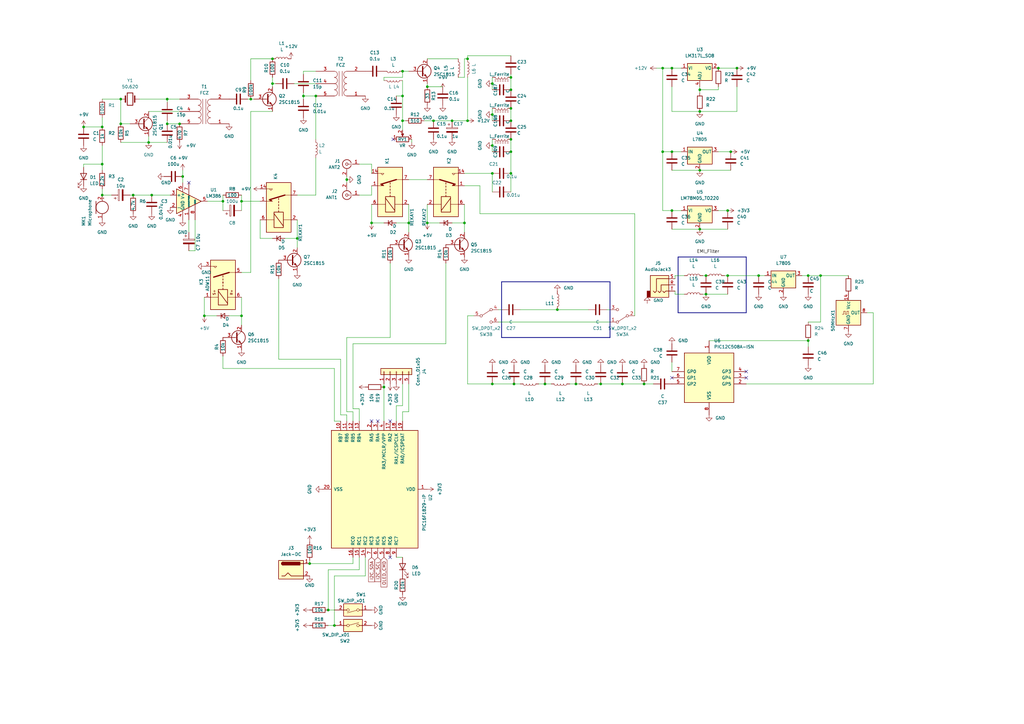
<source format=kicad_sch>
(kicad_sch (version 20211123) (generator eeschema)
  (paper "A3")
  (lib_symbols
    (symbol "Amplifier_Audio:LM386" (pin_names (offset 0.127))
      (property "Reference" "U" (at 1.27 7.62 0))
      (property "Value" "LM386" (at 1.27 5.08 0))
      (symbol "LM386_1_1"
        (pin input line (at 0 -7.62 90) (length 5.08) (name "GAIN") (number "1"))
        (pin input line (at -7.62 -2.54 0) (length 2.54) (name "-") (number "2"))
        (pin input line (at -7.62 2.54 0) (length 2.54) (name "+") (number "3"))
        (pin power_in line (at -2.54 -7.62 90) (length 3.81) (name "GND") (number "4"))
        (pin output line (at 7.62 0 180) (length 2.54) (name "~") (number "5"))
        (pin power_in line (at -2.54 7.62 270) (length 3.81) (name "V+") (number "6"))
        (pin input line (at 0 7.62 270) (length 5.08) (name "BYPASS") (number "7"))
        (pin input line (at 2.54 -7.62 90) (length 6.35) (name "GAIN") (number "8"))
      )
    )
    (symbol "Connector:AudioJack3"
      (property "Reference" "J" (at 0 8.89 0))
      (property "Value" "AudioJack3" (at 0 6.35 0))
      (symbol "AudioJack3_1_1"
        (pin passive line (at 5.08 0 180) (length 2.54) (name "~") (number "R"))
        (pin passive line (at 5.08 2.54 180) (length 2.54) (name "~") (number "S"))
        (pin passive line (at 5.08 -2.54 180) (length 2.54) (name "~") (number "T"))
      )
    )
    (symbol "Connector:Conn_Coaxial" (pin_names (offset 1.016) hide)
      (property "Reference" "J" (at 0.254 3.048 0))
      (property "Value" "Conn_Coaxial" (at 2.921 0 90))
      (symbol "Conn_Coaxial_1_1"
        (pin passive line (at -5.08 0 0) (length 2.54) (name "In") (number "1"))
        (pin passive line (at 0 -5.08 90) (length 2.54) (name "Ext") (number "2"))
      )
    )
    (symbol "Connector:Jack-DC" (pin_names (offset 1.016))
      (property "Reference" "J" (at 0 5.334 0))
      (property "Value" "Jack-DC" (at 0 -5.08 0))
      (symbol "Jack-DC_1_1"
        (pin passive line (at 7.62 2.54 180) (length 2.54) (name "~") (number "1"))
        (pin passive line (at 7.62 -2.54 180) (length 2.54) (name "~") (number "2"))
      )
    )
    (symbol "Connector_Generic:Conn_01x05" (pin_names (offset 1.016) hide)
      (property "Reference" "J" (at 0 7.62 0))
      (property "Value" "Conn_01x05" (at 0 -7.62 0))
      (symbol "Conn_01x05_1_1"
        (pin passive line (at -5.08 5.08 0) (length 3.81) (name "Pin_1") (number "1"))
        (pin passive line (at -5.08 2.54 0) (length 3.81) (name "Pin_2") (number "2"))
        (pin passive line (at -5.08 0 0) (length 3.81) (name "Pin_3") (number "3"))
        (pin passive line (at -5.08 -2.54 0) (length 3.81) (name "Pin_4") (number "4"))
        (pin passive line (at -5.08 -5.08 0) (length 3.81) (name "Pin_5") (number "5"))
      )
    )
    (symbol "Device:C" (pin_numbers hide) (pin_names (offset 0.254))
      (property "Reference" "C" (at 0.635 2.54 0))
      (property "Value" "C" (at 0.635 -2.54 0))
      (symbol "C_1_1"
        (pin passive line (at 0 3.81 270) (length 2.794) (name "~") (number "1"))
        (pin passive line (at 0 -3.81 90) (length 2.794) (name "~") (number "2"))
      )
    )
    (symbol "Device:C_Polarized" (pin_numbers hide) (pin_names (offset 0.254))
      (property "Reference" "C" (at 0.635 2.54 0))
      (property "Value" "C_Polarized" (at 0.635 -2.54 0))
      (symbol "C_Polarized_1_1"
        (pin passive line (at 0 3.81 270) (length 2.794) (name "~") (number "1"))
        (pin passive line (at 0 -3.81 90) (length 2.794) (name "~") (number "2"))
      )
    )
    (symbol "Device:Crystal" (pin_numbers hide) (pin_names (offset 1.016) hide)
      (property "Reference" "Y" (at 0 3.81 0))
      (property "Value" "Crystal" (at 0 -3.81 0))
      (symbol "Crystal_1_1"
        (pin passive line (at -3.81 0 0) (length 1.27) (name "1") (number "1"))
        (pin passive line (at 3.81 0 180) (length 1.27) (name "2") (number "2"))
      )
    )
    (symbol "Device:D_Small" (pin_numbers hide) (pin_names (offset 0.254) hide)
      (property "Reference" "D" (at -1.27 2.032 0))
      (property "Value" "D_Small" (at -3.81 -2.032 0))
      (symbol "D_Small_1_1"
        (pin passive line (at -2.54 0 0) (length 1.778) (name "K") (number "1"))
        (pin passive line (at 2.54 0 180) (length 1.778) (name "A") (number "2"))
      )
    )
    (symbol "Device:L" (pin_numbers hide) (pin_names (offset 1.016) hide)
      (property "Reference" "L" (at -1.27 0 90))
      (property "Value" "L" (at 1.905 0 90))
      (symbol "L_1_1"
        (pin passive line (at 0 3.81 270) (length 1.27) (name "1") (number "1"))
        (pin passive line (at 0 -3.81 90) (length 1.27) (name "2") (number "2"))
      )
    )
    (symbol "Device:LED" (pin_numbers hide) (pin_names (offset 1.016) hide)
      (property "Reference" "D" (at 0 2.54 0))
      (property "Value" "LED" (at 0 -2.54 0))
      (symbol "LED_1_1"
        (pin passive line (at -3.81 0 0) (length 2.54) (name "K") (number "1"))
        (pin passive line (at 3.81 0 180) (length 2.54) (name "A") (number "2"))
      )
    )
    (symbol "Device:L_Ferrite" (pin_numbers hide) (pin_names (offset 1.016) hide)
      (property "Reference" "L" (at -1.27 0 90))
      (property "Value" "L_Ferrite" (at 2.794 0 90))
      (symbol "L_Ferrite_1_1"
        (pin passive line (at 0 3.81 270) (length 1.27) (name "1") (number "1"))
        (pin passive line (at 0 -3.81 90) (length 1.27) (name "2") (number "2"))
      )
    )
    (symbol "Device:Microphone" (pin_names (offset 0.0254) hide)
      (property "Reference" "MK" (at -3.81 1.27 0))
      (property "Value" "Microphone" (at -3.81 -0.635 0))
      (symbol "Microphone_1_1"
        (pin passive line (at 0 -5.08 90) (length 2.54) (name "-") (number "1"))
        (pin passive line (at 0 5.08 270) (length 2.54) (name "+") (number "2"))
      )
    )
    (symbol "Device:R" (pin_numbers hide) (pin_names (offset 0))
      (property "Reference" "R" (at 2.032 0 90))
      (property "Value" "R" (at 0 0 90))
      (symbol "R_1_1"
        (pin passive line (at 0 3.81 270) (length 1.27) (name "~") (number "1"))
        (pin passive line (at 0 -3.81 90) (length 1.27) (name "~") (number "2"))
      )
    )
    (symbol "Device:R_Potentiometer" (pin_names (offset 1.016) hide)
      (property "Reference" "RV" (at -4.445 0 90))
      (property "Value" "R_Potentiometer" (at -2.54 0 90))
      (symbol "R_Potentiometer_1_1"
        (pin passive line (at 0 3.81 270) (length 1.27) (name "1") (number "1"))
        (pin passive line (at 3.81 0 180) (length 1.27) (name "2") (number "2"))
        (pin passive line (at 0 -3.81 90) (length 1.27) (name "3") (number "3"))
      )
    )
    (symbol "Device:Transformer_1P_SS" (pin_names (offset 1.016) hide)
      (property "Reference" "T" (at 0 6.35 0))
      (property "Value" "Transformer_1P_SS" (at 0 -7.62 0))
      (symbol "Transformer_1P_SS_1_1"
        (pin passive line (at -10.16 5.08 0) (length 7.62) (name "AA") (number "1"))
        (pin passive line (at -10.16 -5.08 0) (length 7.62) (name "AB") (number "2"))
        (pin passive line (at 10.16 -5.08 180) (length 7.62) (name "SA") (number "3"))
        (pin passive line (at 10.16 0 180) (length 7.62) (name "SC") (number "4"))
        (pin passive line (at 10.16 5.08 180) (length 7.62) (name "SB") (number "5"))
      )
    )
    (symbol "MCU_Microchip_PIC12:PIC12C508A-ISN" (pin_names (offset 1.016))
      (property "Reference" "U" (at 1.27 13.97 0))
      (property "Value" "PIC12C508A-ISN" (at 1.27 11.43 0))
      (symbol "PIC12C508A-ISN_1_1"
        (pin power_in line (at 0 15.24 270) (length 5.08) (name "VDD") (number "1"))
        (pin bidirectional line (at 15.24 -2.54 180) (length 5.08) (name "GP5") (number "2"))
        (pin bidirectional line (at 15.24 0 180) (length 5.08) (name "GP4") (number "3"))
        (pin input line (at 15.24 2.54 180) (length 5.08) (name "GP3") (number "4"))
        (pin bidirectional line (at -15.24 -2.54 0) (length 5.08) (name "GP2") (number "5"))
        (pin bidirectional line (at -15.24 0 0) (length 5.08) (name "GP1") (number "6"))
        (pin bidirectional line (at -15.24 2.54 0) (length 5.08) (name "GP0") (number "7"))
        (pin power_in line (at 0 -15.24 90) (length 5.08) (name "VSS") (number "8"))
      )
    )
    (symbol "MCU_Microchip_PIC16:PIC16F1829-IP" (pin_names (offset 1.016))
      (property "Reference" "U" (at -24.13 22.86 0))
      (property "Value" "PIC16F1829-IP" (at -24.13 20.32 0))
      (symbol "PIC16F1829-IP_1_1"
        (pin power_in line (at 0 22.86 270) (length 3.81) (name "VDD") (number "1"))
        (pin bidirectional line (at -27.94 -12.7 0) (length 3.81) (name "RB7") (number "10"))
        (pin bidirectional line (at -27.94 -10.16 0) (length 3.81) (name "RB6") (number "11"))
        (pin bidirectional line (at -27.94 -7.62 0) (length 3.81) (name "RB5") (number "12"))
        (pin bidirectional line (at -27.94 -5.08 0) (length 3.81) (name "RB4") (number "13"))
        (pin bidirectional line (at 27.94 -2.54 180) (length 3.81) (name "RC2") (number "14"))
        (pin bidirectional line (at 27.94 -5.08 180) (length 3.81) (name "RC1") (number "15"))
        (pin bidirectional line (at 27.94 -7.62 180) (length 3.81) (name "RC0") (number "16"))
        (pin bidirectional line (at -27.94 7.62 0) (length 3.81) (name "RA2") (number "17"))
        (pin bidirectional line (at -27.94 10.16 0) (length 3.81) (name "RA1/ICSPCLK") (number "18"))
        (pin bidirectional line (at -27.94 12.7 0) (length 3.81) (name "RA0/ICSPDAT") (number "19"))
        (pin bidirectional line (at -27.94 0 0) (length 3.81) (name "RA5") (number "2"))
        (pin power_in line (at 0 -20.32 90) (length 3.81) (name "VSS") (number "20"))
        (pin bidirectional line (at -27.94 2.54 0) (length 3.81) (name "RA4") (number "3"))
        (pin bidirectional line (at -27.94 5.08 0) (length 3.81) (name "RA3/MCLR/VPP") (number "4"))
        (pin bidirectional line (at 27.94 5.08 180) (length 3.81) (name "RC5") (number "5"))
        (pin bidirectional line (at 27.94 2.54 180) (length 3.81) (name "RC4") (number "6"))
        (pin bidirectional line (at 27.94 0 180) (length 3.81) (name "RC3") (number "7"))
        (pin bidirectional line (at 27.94 7.62 180) (length 3.81) (name "RC6") (number "8"))
        (pin bidirectional line (at 27.94 10.16 180) (length 3.81) (name "RC7") (number "9"))
      )
    )
    (symbol "Oscillator:ACO-xxxMHz" (pin_names (offset 0.254))
      (property "Reference" "X" (at -5.08 6.35 0))
      (property "Value" "ACO-xxxMHz" (at 1.27 -6.35 0))
      (symbol "ACO-xxxMHz_1_1"
        (pin no_connect line (at -7.62 0 0) (length 2.54) hide (name "NC") (number "1"))
        (pin power_in line (at 0 7.62 270) (length 2.54) (name "Vcc") (number "14"))
        (pin power_in line (at 0 -7.62 90) (length 2.54) (name "GND") (number "7"))
        (pin output line (at 7.62 0 180) (length 2.54) (name "OUT") (number "8"))
      )
    )
    (symbol "Regulator_Linear:L7805" (pin_names (offset 0.254))
      (property "Reference" "U" (at -3.81 3.175 0))
      (property "Value" "L7805" (at 0 3.175 0))
      (symbol "L7805_1_1"
        (pin power_in line (at -7.62 0 0) (length 2.54) (name "IN") (number "1"))
        (pin power_in line (at 0 -7.62 90) (length 2.54) (name "GND") (number "2"))
        (pin power_out line (at 7.62 0 180) (length 2.54) (name "OUT") (number "3"))
      )
    )
    (symbol "Regulator_Linear:LM317L_SO8" (pin_names (offset 0.254))
      (property "Reference" "U" (at -3.81 3.175 0))
      (property "Value" "LM317L_SO8" (at 0 3.175 0))
      (symbol "LM317L_SO8_1_1"
        (pin power_in line (at -7.62 0 0) (length 2.54) (name "VI") (number "1"))
        (pin power_out line (at 7.62 0 180) (length 2.54) (name "VO") (number "2"))
        (pin passive line (at 7.62 0 180) (length 2.54) hide (name "VO") (number "3"))
        (pin input line (at 0 -7.62 90) (length 2.54) (name "ADJ") (number "4"))
        (pin no_connect line (at -7.62 -2.54 0) (length 2.54) hide (name "NC") (number "5"))
        (pin passive line (at 7.62 0 180) (length 2.54) hide (name "VO") (number "6"))
        (pin passive line (at 7.62 0 180) (length 2.54) hide (name "VO") (number "7"))
        (pin no_connect line (at 7.62 -2.54 180) (length 2.54) hide (name "NC") (number "8"))
      )
    )
    (symbol "Regulator_Linear:LM78M05_TO220" (pin_names (offset 0.254))
      (property "Reference" "U" (at -3.81 3.175 0))
      (property "Value" "LM78M05_TO220" (at 0 3.175 0))
      (symbol "LM78M05_TO220_1_1"
        (pin power_in line (at -7.62 0 0) (length 2.54) (name "VI") (number "1"))
        (pin power_in line (at 0 -7.62 90) (length 2.54) (name "GND") (number "2"))
        (pin power_out line (at 7.62 0 180) (length 2.54) (name "VO") (number "3"))
      )
    )
    (symbol "Relay:ADW11"
      (property "Reference" "K" (at 11.43 3.81 0))
      (property "Value" "ADW11" (at 13.97 1.27 0))
      (symbol "ADW11_1_1"
        (text "R+" (at -3.048 -3.556 0) (effects (font (size 1.016 1.016))))
        (text "S+" (at -3.048 3.556 0) (effects (font (size 1.016 1.016))))
        (pin passive line (at -5.08 7.62 270) (length 2.54) (name "~") (number "1"))
        (pin passive line (at 7.62 7.62 270) (length 2.54) (name "~") (number "3"))
        (pin passive line (at 5.08 -7.62 90) (length 2.54) (name "~") (number "5"))
        (pin passive line (at -5.08 -7.62 90) (length 2.54) (name "~") (number "6"))
      )
    )
    (symbol "Relay:DIPxx-1Cxx-51x"
      (property "Reference" "K" (at 11.43 3.81 0))
      (property "Value" "DIPxx-1Cxx-51x" (at 11.43 1.27 0))
      (symbol "DIPxx-1Cxx-51x_1_1"
        (pin passive line (at 2.54 7.62 270) (length 2.54) (name "~") (number "1"))
        (pin passive line (at 7.62 7.62 270) (length 2.54) (name "~") (number "14"))
        (pin passive line (at -5.08 -7.62 90) (length 2.54) (name "~") (number "2"))
        (pin passive line (at -5.08 7.62 270) (length 2.54) (name "~") (number "6"))
        (pin passive line (at 5.08 -7.62 90) (length 2.54) (name "~") (number "7"))
        (pin passive line (at 5.08 -7.62 90) (length 2.54) hide (name "~") (number "8"))
      )
    )
    (symbol "Switch:SW_DIP_x01" (pin_names (offset 0) hide)
      (property "Reference" "SW" (at 0 3.81 0))
      (property "Value" "SW_DIP_x01" (at 0 -3.81 0))
      (symbol "SW_DIP_x01_1_1"
        (pin passive line (at -7.62 0 0) (length 5.08) (name "~") (number "1"))
        (pin passive line (at 7.62 0 180) (length 5.08) (name "~") (number "2"))
      )
    )
    (symbol "Switch:SW_DPDT_x2" (pin_names (offset 0) hide)
      (property "Reference" "SW" (at 0 4.318 0))
      (property "Value" "SW_DPDT_x2" (at 0 -5.08 0))
      (symbol "SW_DPDT_x2_1_1"
        (pin passive line (at 5.08 2.54 180) (length 2.54) (name "A") (number "1"))
        (pin passive line (at -5.08 0 0) (length 2.54) (name "B") (number "2"))
        (pin passive line (at 5.08 -2.54 180) (length 2.54) (name "C") (number "3"))
      )
      (symbol "SW_DPDT_x2_2_1"
        (pin passive line (at 5.08 2.54 180) (length 2.54) (name "A") (number "4"))
        (pin passive line (at -5.08 0 0) (length 2.54) (name "B") (number "5"))
        (pin passive line (at 5.08 -2.54 180) (length 2.54) (name "C") (number "6"))
      )
    )
    (symbol "Transistor_BJT:2SC1815" (pin_names (offset 0) hide)
      (property "Reference" "Q" (at 5.08 1.905 0))
      (property "Value" "2SC1815" (at 5.08 0 0))
      (symbol "2SC1815_1_1"
        (pin passive line (at 2.54 -5.08 90) (length 2.54) (name "E") (number "1"))
        (pin passive line (at 2.54 5.08 270) (length 2.54) (name "C") (number "2"))
        (pin input line (at -5.08 0 0) (length 5.08) (name "B") (number "3"))
      )
    )
    (symbol "power:+12V" (power) (pin_names (offset 0))
      (property "Value" "+12V" (at 0 3.556 0))
      (symbol "+12V_1_1"
        (pin power_in line (at 0 0 90) (length 0) hide (name "+12V") (number "1"))
      )
    )
    (symbol "power:+3V3" (power) (pin_names (offset 0))
      (property "Value" "+3V3" (at 0 3.556 0))
      (symbol "+3V3_1_1"
        (pin power_in line (at 0 0 90) (length 0) hide (name "+3V3") (number "1"))
      )
    )
    (symbol "power:+5V" (power) (pin_names (offset 0))
      (property "Value" "+5V" (at 0 3.556 0))
      (symbol "+5V_1_1"
        (pin power_in line (at 0 0 90) (length 0) hide (name "+5V") (number "1"))
      )
    )
    (symbol "power:+9V" (power) (pin_names (offset 0))
      (property "Value" "+9V" (at 0 3.556 0))
      (symbol "+9V_1_1"
        (pin power_in line (at 0 0 90) (length 0) hide (name "+9V") (number "1"))
      )
    )
    (symbol "power:GND" (power) (pin_names (offset 0))
      (property "Value" "GND" (at 0 -3.81 0))
      (symbol "GND_1_1"
        (pin power_in line (at 0 0 270) (length 0) hide (name "GND") (number "1"))
      )
    )
  )
  (junction (at 91.44 82.55))
  (junction (at 289.56 113.03))
  (junction (at 336.55 113.03))
  (junction (at 209.55 44.45))
  (junction (at 287.02 36.83))
  (junction (at 111.76 24.13))
  (junction (at 134.62 250.19))
  (junction (at 209.55 36.83))
  (junction (at 223.52 157.48))
  (junction (at 201.93 71.12))
  (junction (at 167.64 91.44))
  (junction (at 209.55 62.23))
  (junction (at 165.1 39.37))
  (junction (at 83.82 129.54))
  (junction (at 209.55 49.53))
  (junction (at 177.8 49.53))
  (junction (at 236.22 157.48))
  (junction (at 74.93 72.39))
  (junction (at 54.61 80.01))
  (junction (at 210.82 157.48))
  (junction (at 331.47 139.7))
  (junction (at 191.77 49.53))
  (junction (at 73.66 50.8))
  (junction (at 246.38 157.48))
  (junction (at 165.1 29.21))
  (junction (at 271.78 27.94))
  (junction (at 294.64 27.94))
  (junction (at 62.23 80.01))
  (junction (at 124.46 39.37))
  (junction (at 137.16 256.54))
  (junction (at 287.02 93.98))
  (junction (at 165.1 49.53))
  (junction (at 201.93 46.99))
  (junction (at 201.93 157.48))
  (junction (at 111.76 34.29))
  (junction (at 209.55 71.12))
  (junction (at 99.06 129.54))
  (junction (at 228.6 127))
  (junction (at 331.47 113.03))
  (junction (at 289.56 120.65))
  (junction (at 190.5 91.44))
  (junction (at 191.77 24.13))
  (junction (at 142.24 73.66))
  (junction (at 157.48 158.75))
  (junction (at 175.26 91.44))
  (junction (at 201.93 34.29))
  (junction (at 175.26 35.56))
  (junction (at 298.45 86.36))
  (junction (at 152.4 91.44))
  (junction (at 271.78 62.23))
  (junction (at 275.59 27.94))
  (junction (at 41.91 67.31))
  (junction (at 121.92 97.79))
  (junction (at 102.87 40.64))
  (junction (at 299.72 62.23))
  (junction (at 129.54 39.37))
  (junction (at 302.26 27.94))
  (junction (at 41.91 80.01))
  (junction (at 49.53 40.64))
  (junction (at 99.06 82.55))
  (junction (at 264.16 157.48))
  (junction (at 68.58 40.64))
  (junction (at 209.55 57.15))
  (junction (at 275.59 62.23))
  (junction (at 185.42 49.53))
  (junction (at 60.96 58.42))
  (junction (at 68.58 50.8))
  (junction (at 49.53 50.8))
  (junction (at 287.02 45.72))
  (junction (at 298.45 113.03))
  (junction (at 287.02 69.85))
  (junction (at 311.15 113.03))
  (junction (at 127 231.14))
  (junction (at 255.27 157.48))
  (junction (at 34.29 52.07))
  (junction (at 275.59 86.36))
  (junction (at 209.55 31.75))
  (junction (at 41.91 52.07))
  (junction (at 201.93 59.69))
  (no_connect (at 275.59 154.94))
  (no_connect (at 77.47 74.93))
  (no_connect (at 306.07 152.4))
  (no_connect (at 306.07 154.94))
  (no_connect (at 152.4 172.72))
  (no_connect (at 154.94 172.72))
  (no_connect (at 160.02 228.6))
  (no_connect (at 160.02 172.72))
  (no_connect (at 161.29 57.15))
  (wire (pts (xy 165.1 172.72) (xy 165.1 168.91)))
  (wire (pts (xy 209.55 62.23) (xy 209.55 71.12)))
  (wire (pts (xy 74.93 72.39) (xy 74.93 74.93)))
  (wire (pts (xy 190.5 76.2) (xy 196.85 76.2)))
  (wire (pts (xy 271.78 27.94) (xy 275.59 27.94)))
  (wire (pts (xy 276.86 120.65) (xy 276.86 119.38)))
  (wire (pts (xy 91.44 151.13) (xy 137.16 151.13)))
  (wire (pts (xy 102.87 111.76) (xy 99.06 111.76)))
  (wire (pts (xy 180.34 91.44) (xy 175.26 91.44)))
  (wire (pts (xy 294.64 35.56) (xy 294.64 36.83)))
  (wire (pts (xy 190.5 91.44) (xy 190.5 83.82)))
  (wire (pts (xy 102.87 45.72) (xy 102.87 111.76)))
  (wire (pts (xy 162.56 172.72) (xy 162.56 166.37)))
  (wire (pts (xy 248.92 127) (xy 250.19 127)))
  (wire (pts (xy 165.1 29.21) (xy 165.1 31.75)))
  (wire (pts (xy 121.92 97.79) (xy 121.92 101.6)))
  (wire (pts (xy 209.55 71.12) (xy 209.55 78.74)))
  (wire (pts (xy 121.92 97.79) (xy 121.92 90.17)))
  (wire (pts (xy 160.02 138.43) (xy 142.24 138.43)))
  (wire (pts (xy 302.26 35.56) (xy 302.26 45.72)))
  (bus (pts (xy 278.13 128.27) (xy 306.07 128.27)))
  (wire (pts (xy 99.06 82.55) (xy 106.68 82.55)))
  (wire (pts (xy 167.64 29.21) (xy 165.1 29.21)))
  (wire (pts (xy 201.93 44.45) (xy 201.93 46.99)))
  (wire (pts (xy 162.56 91.44) (xy 167.64 91.44)))
  (wire (pts (xy 144.78 228.6) (xy 144.78 231.14)))
  (wire (pts (xy 91.44 82.55) (xy 91.44 86.36)))
  (wire (pts (xy 223.52 157.48) (xy 226.06 157.48)))
  (wire (pts (xy 142.24 73.66) (xy 142.24 74.93)))
  (wire (pts (xy 144.78 231.14) (xy 127 231.14)))
  (wire (pts (xy 77.47 90.17) (xy 77.47 95.25)))
  (wire (pts (xy 157.48 31.75) (xy 157.48 33.02)))
  (wire (pts (xy 147.32 233.68) (xy 134.62 233.68)))
  (wire (pts (xy 114.3 114.3) (xy 114.3 147.32)))
  (wire (pts (xy 264.16 157.48) (xy 267.97 157.48)))
  (wire (pts (xy 245.11 157.48) (xy 246.38 157.48)))
  (wire (pts (xy 228.6 127) (xy 213.36 127)))
  (wire (pts (xy 275.59 86.36) (xy 271.78 86.36)))
  (wire (pts (xy 209.55 44.45) (xy 209.55 49.53)))
  (wire (pts (xy 62.23 80.01) (xy 69.85 80.01)))
  (wire (pts (xy 160.02 107.95) (xy 160.02 138.43)))
  (wire (pts (xy 276.86 113.03) (xy 276.86 114.3)))
  (wire (pts (xy 336.55 113.03) (xy 347.98 113.03)))
  (wire (pts (xy 165.1 33.02) (xy 165.1 39.37)))
  (wire (pts (xy 129.54 34.29) (xy 120.65 34.29)))
  (wire (pts (xy 279.4 86.36) (xy 275.59 86.36)))
  (wire (pts (xy 289.56 120.65) (xy 298.45 120.65)))
  (wire (pts (xy 194.31 129.54) (xy 191.77 129.54)))
  (wire (pts (xy 124.46 39.37) (xy 129.54 39.37)))
  (wire (pts (xy 201.93 157.48) (xy 210.82 157.48)))
  (bus (pts (xy 250.19 115.57) (xy 250.19 138.43)))
  (wire (pts (xy 102.87 45.72) (xy 111.76 45.72)))
  (wire (pts (xy 106.68 90.17) (xy 106.68 97.79)))
  (wire (pts (xy 162.56 166.37) (xy 165.1 166.37)))
  (wire (pts (xy 294.64 86.36) (xy 298.45 86.36)))
  (wire (pts (xy 137.16 151.13) (xy 137.16 172.72)))
  (wire (pts (xy 80.01 90.17) (xy 80.01 102.87)))
  (wire (pts (xy 34.29 67.31) (xy 41.91 67.31)))
  (bus (pts (xy 278.13 105.41) (xy 278.13 128.27)))
  (wire (pts (xy 220.98 157.48) (xy 223.52 157.48)))
  (wire (pts (xy 250.19 132.08) (xy 204.47 132.08)))
  (wire (pts (xy 209.55 31.75) (xy 209.55 36.83)))
  (wire (pts (xy 129.54 64.77) (xy 129.54 80.01)))
  (wire (pts (xy 209.55 57.15) (xy 209.55 62.23)))
  (wire (pts (xy 260.35 87.63) (xy 260.35 129.54)))
  (wire (pts (xy 191.77 49.53) (xy 185.42 49.53)))
  (wire (pts (xy 298.45 113.03) (xy 311.15 113.03)))
  (wire (pts (xy 187.96 31.75) (xy 190.5 31.75)))
  (wire (pts (xy 165.1 168.91) (xy 167.64 168.91)))
  (wire (pts (xy 196.85 76.2) (xy 196.85 87.63)))
  (wire (pts (xy 134.62 233.68) (xy 134.62 250.19)))
  (wire (pts (xy 175.26 91.44) (xy 175.26 83.82)))
  (wire (pts (xy 142.24 138.43) (xy 142.24 168.91)))
  (wire (pts (xy 34.29 67.31) (xy 34.29 68.58)))
  (wire (pts (xy 358.14 128.27) (xy 355.6 128.27)))
  (wire (pts (xy 114.3 147.32) (xy 139.7 147.32)))
  (wire (pts (xy 157.48 158.75) (xy 157.48 172.72)))
  (wire (pts (xy 331.47 113.03) (xy 336.55 113.03)))
  (wire (pts (xy 233.68 157.48) (xy 236.22 157.48)))
  (wire (pts (xy 306.07 157.48) (xy 358.14 157.48)))
  (wire (pts (xy 275.59 93.98) (xy 287.02 93.98)))
  (wire (pts (xy 173.99 49.53) (xy 177.8 49.53)))
  (wire (pts (xy 275.59 69.85) (xy 287.02 69.85)))
  (wire (pts (xy 139.7 147.32) (xy 139.7 170.18)))
  (wire (pts (xy 165.1 228.6) (xy 162.56 228.6)))
  (wire (pts (xy 175.26 35.56) (xy 175.26 34.29)))
  (wire (pts (xy 99.06 82.55) (xy 99.06 86.36)))
  (wire (pts (xy 276.86 113.03) (xy 280.67 113.03)))
  (wire (pts (xy 165.1 39.37) (xy 165.1 49.53)))
  (wire (pts (xy 175.26 24.13) (xy 187.96 24.13)))
  (wire (pts (xy 294.64 62.23) (xy 299.72 62.23)))
  (wire (pts (xy 93.98 129.54) (xy 99.06 129.54)))
  (wire (pts (xy 269.24 27.94) (xy 271.78 27.94)))
  (wire (pts (xy 149.86 236.22) (xy 137.16 236.22)))
  (wire (pts (xy 152.4 91.44) (xy 157.48 91.44)))
  (wire (pts (xy 111.76 34.29) (xy 111.76 35.56)))
  (wire (pts (xy 191.77 31.75) (xy 191.77 49.53)))
  (wire (pts (xy 276.86 120.65) (xy 280.67 120.65)))
  (wire (pts (xy 68.58 40.64) (xy 73.66 40.64)))
  (wire (pts (xy 102.87 33.02) (xy 102.87 24.13)))
  (wire (pts (xy 83.82 121.92) (xy 83.82 129.54)))
  (wire (pts (xy 41.91 48.26) (xy 41.91 52.07)))
  (wire (pts (xy 137.16 236.22) (xy 137.16 256.54)))
  (wire (pts (xy 99.06 129.54) (xy 99.06 133.35)))
  (bus (pts (xy 205.74 115.57) (xy 250.19 115.57)))
  (wire (pts (xy 241.3 127) (xy 228.6 127)))
  (wire (pts (xy 34.29 52.07) (xy 41.91 52.07)))
  (wire (pts (xy 190.5 24.13) (xy 191.77 24.13)))
  (wire (pts (xy 288.29 120.65) (xy 289.56 120.65)))
  (wire (pts (xy 144.78 140.97) (xy 144.78 167.64)))
  (wire (pts (xy 157.48 157.48) (xy 157.48 158.75)))
  (wire (pts (xy 287.02 45.72) (xy 302.26 45.72)))
  (wire (pts (xy 255.27 157.48) (xy 264.16 157.48)))
  (wire (pts (xy 142.24 72.39) (xy 142.24 73.66)))
  (wire (pts (xy 201.93 71.12) (xy 201.93 78.74)))
  (wire (pts (xy 134.62 256.54) (xy 137.16 256.54)))
  (wire (pts (xy 147.32 228.6) (xy 147.32 233.68)))
  (wire (pts (xy 209.55 22.86) (xy 191.77 22.86)))
  (wire (pts (xy 297.18 113.03) (xy 298.45 113.03)))
  (wire (pts (xy 271.78 86.36) (xy 271.78 62.23)))
  (wire (pts (xy 167.64 73.66) (xy 175.26 73.66)))
  (wire (pts (xy 165.1 49.53) (xy 165.1 53.34)))
  (wire (pts (xy 99.06 80.01) (xy 99.06 82.55)))
  (wire (pts (xy 60.96 55.88) (xy 60.96 58.42)))
  (wire (pts (xy 201.93 59.69) (xy 201.93 62.23)))
  (wire (pts (xy 275.59 148.59) (xy 275.59 152.4)))
  (wire (pts (xy 177.8 49.53) (xy 185.42 49.53)))
  (wire (pts (xy 167.64 91.44) (xy 167.64 95.25)))
  (wire (pts (xy 147.32 167.64) (xy 147.32 172.72)))
  (wire (pts (xy 127 229.87) (xy 127 231.14)))
  (wire (pts (xy 237.49 157.48) (xy 236.22 157.48)))
  (wire (pts (xy 124.46 29.21) (xy 124.46 30.48)))
  (wire (pts (xy 106.68 97.79) (xy 111.76 97.79)))
  (wire (pts (xy 49.53 50.8) (xy 53.34 50.8)))
  (wire (pts (xy 167.64 91.44) (xy 167.64 83.82)))
  (wire (pts (xy 124.46 40.64) (xy 124.46 39.37)))
  (wire (pts (xy 57.15 40.64) (xy 68.58 40.64)))
  (wire (pts (xy 165.1 31.75) (xy 157.48 31.75)))
  (wire (pts (xy 287.02 36.83) (xy 287.02 35.56)))
  (wire (pts (xy 168.91 58.42) (xy 168.91 57.15)))
  (wire (pts (xy 287.02 38.1) (xy 287.02 36.83)))
  (wire (pts (xy 68.58 40.64) (xy 68.58 41.91)))
  (wire (pts (xy 41.91 67.31) (xy 41.91 59.69)))
  (wire (pts (xy 129.54 57.15) (xy 129.54 39.37)))
  (wire (pts (xy 210.82 157.48) (xy 213.36 157.48)))
  (wire (pts (xy 287.02 69.85) (xy 299.72 69.85)))
  (wire (pts (xy 271.78 62.23) (xy 275.59 62.23)))
  (wire (pts (xy 152.4 80.01) (xy 147.32 80.01)))
  (wire (pts (xy 99.06 129.54) (xy 99.06 121.92)))
  (wire (pts (xy 165.1 39.37) (xy 162.56 39.37)))
  (wire (pts (xy 144.78 168.91) (xy 144.78 172.72)))
  (wire (pts (xy 358.14 157.48) (xy 358.14 128.27)))
  (wire (pts (xy 260.35 87.63) (xy 196.85 87.63)))
  (wire (pts (xy 209.55 31.75) (xy 209.55 30.48)))
  (wire (pts (xy 331.47 139.7) (xy 331.47 142.24)))
  (wire (pts (xy 182.88 140.97) (xy 144.78 140.97)))
  (wire (pts (xy 83.82 129.54) (xy 88.9 129.54)))
  (wire (pts (xy 190.5 91.44) (xy 190.5 95.25)))
  (wire (pts (xy 205.74 127) (xy 204.47 127)))
  (wire (pts (xy 190.5 31.75) (xy 190.5 24.13)))
  (wire (pts (xy 124.46 39.37) (xy 124.46 38.1)))
  (wire (pts (xy 152.4 67.31) (xy 147.32 67.31)))
  (wire (pts (xy 149.86 228.6) (xy 149.86 236.22)))
  (wire (pts (xy 182.88 107.95) (xy 182.88 140.97)))
  (wire (pts (xy 275.59 35.56) (xy 275.59 45.72)))
  (wire (pts (xy 336.55 113.03) (xy 336.55 132.08)))
  (bus (pts (xy 306.07 105.41) (xy 278.13 105.41)))
  (wire (pts (xy 287.02 93.98) (xy 298.45 93.98)))
  (wire (pts (xy 102.87 40.64) (xy 101.6 40.64)))
  (wire (pts (xy 142.24 170.18) (xy 142.24 172.72)))
  (wire (pts (xy 116.84 97.79) (xy 121.92 97.79)))
  (wire (pts (xy 139.7 170.18) (xy 142.24 170.18)))
  (wire (pts (xy 201.93 31.75) (xy 201.93 34.29)))
  (wire (pts (xy 102.87 24.13) (xy 111.76 24.13)))
  (wire (pts (xy 294.64 27.94) (xy 302.26 27.94)))
  (wire (pts (xy 271.78 27.94) (xy 271.78 62.23)))
  (wire (pts (xy 41.91 77.47) (xy 41.91 80.01)))
  (wire (pts (xy 41.91 67.31) (xy 41.91 69.85)))
  (wire (pts (xy 80.01 102.87) (xy 77.47 102.87)))
  (wire (pts (xy 113.03 34.29) (xy 111.76 34.29)))
  (wire (pts (xy 201.93 57.15) (xy 201.93 59.69)))
  (wire (pts (xy 137.16 172.72) (xy 139.7 172.72)))
  (wire (pts (xy 190.5 91.44) (xy 185.42 91.44)))
  (wire (pts (xy 85.09 82.55) (xy 91.44 82.55)))
  (wire (pts (xy 49.53 58.42) (xy 60.96 58.42)))
  (wire (pts (xy 129.54 29.21) (xy 124.46 29.21)))
  (wire (pts (xy 144.78 167.64) (xy 147.32 167.64)))
  (wire (pts (xy 275.59 62.23) (xy 279.4 62.23)))
  (wire (pts (xy 290.83 139.7) (xy 331.47 139.7)))
  (wire (pts (xy 91.44 146.05) (xy 91.44 151.13)))
  (wire (pts (xy 331.47 132.08) (xy 336.55 132.08)))
  (wire (pts (xy 68.58 50.8) (xy 73.66 50.8)))
  (wire (pts (xy 175.26 35.56) (xy 181.61 35.56)))
  (wire (pts (xy 104.14 40.64) (xy 102.87 40.64)))
  (wire (pts (xy 246.38 157.48) (xy 255.27 157.48)))
  (wire (pts (xy 49.53 40.64) (xy 49.53 50.8)))
  (wire (pts (xy 166.37 49.53) (xy 165.1 49.53)))
  (bus (pts (xy 306.07 128.27) (xy 306.07 105.41)))
  (wire (pts (xy 53.34 80.01) (xy 54.61 80.01)))
  (wire (pts (xy 191.77 157.48) (xy 201.93 157.48)))
  (wire (pts (xy 54.61 80.01) (xy 62.23 80.01)))
  (wire (pts (xy 152.4 83.82) (xy 152.4 91.44)))
  (wire (pts (xy 190.5 71.12) (xy 201.93 71.12)))
  (wire (pts (xy 294.64 36.83) (xy 287.02 36.83)))
  (wire (pts (xy 111.76 31.75) (xy 111.76 34.29)))
  (wire (pts (xy 311.15 113.03) (xy 313.69 113.03)))
  (wire (pts (xy 91.44 80.01) (xy 91.44 82.55)))
  (wire (pts (xy 41.91 80.01) (xy 45.72 80.01)))
  (wire (pts (xy 201.93 34.29) (xy 201.93 36.83)))
  (bus (pts (xy 205.74 138.43) (xy 205.74 115.57)))
  (wire (pts (xy 201.93 46.99) (xy 201.93 49.53)))
  (wire (pts (xy 152.4 71.12) (xy 152.4 67.31)))
  (wire (pts (xy 275.59 27.94) (xy 279.4 27.94)))
  (wire (pts (xy 134.62 250.19) (xy 137.16 250.19)))
  (wire (pts (xy 60.96 58.42) (xy 68.58 58.42)))
  (wire (pts (xy 191.77 129.54) (xy 191.77 157.48)))
  (bus (pts (xy 250.19 138.43) (xy 205.74 138.43)))
  (wire (pts (xy 152.4 80.01) (xy 152.4 76.2)))
  (wire (pts (xy 68.58 49.53) (xy 68.58 50.8)))
  (wire (pts (xy 60.96 45.72) (xy 73.66 45.72)))
  (wire (pts (xy 328.93 113.03) (xy 331.47 113.03)))
  (wire (pts (xy 74.93 69.85) (xy 74.93 72.39)))
  (wire (pts (xy 275.59 45.72) (xy 287.02 45.72)))
  (wire (pts (xy 121.92 80.01) (xy 129.54 80.01)))
  (wire (pts (xy 41.91 40.64) (xy 49.53 40.64)))
  (wire (pts (xy 142.24 168.91) (xy 144.78 168.91)))
  (wire (pts (xy 167.64 168.91) (xy 167.64 157.48)))
  (wire (pts (xy 165.1 166.37) (xy 165.1 157.48)))
  (wire (pts (xy 191.77 22.86) (xy 191.77 24.13)))
  (wire (pts (xy 288.29 113.03) (xy 289.56 113.03)))
  (label "EMI_Filter" (at 285.75 104.14 0))
  (global_label "I2C_SDA" (shape input) (at 152.4 228.6 270) (property "Intersheet References" "${INTERSHEET_REFS}" (effects hide)))
  (global_label "OLED_CMD" (shape input) (at 157.48 228.6 270) (property "Intersheet References" "${INTERSHEET_REFS}" (effects hide)))
  (global_label "I2C_SCL" (shape input) (at 154.94 228.6 270) (property "Intersheet References" "${INTERSHEET_REFS}" (effects hide)))
  (symbol (lib_id "Device:R") (at 95.25 80.01 270) (mirror x) (unit 1)
    (property "Reference" "R8" (at 95.25 77.47 90))
    (property "Value" "100" (at 95.25 80.01 90))
  )
  (symbol (lib_id "Connector:Jack-DC") (at 119.38 233.68 0) (unit 1)
    (property "Reference" "J3" (at 119.38 224.79 0))
    (property "Value" "Jack-DC" (at 119.38 227.33 0))
  )
  (symbol (lib_id "power:GND") (at 181.61 43.18 0) (unit 1)
    (property "Reference" "#PWR026" (effects hide))
    (property "Value" "GND" (at 181.61 48.26 0))
  )
  (symbol (lib_id "power:GND") (at 69.85 85.09 0) (unit 1)
    (property "Reference" "#PWR09" (effects hide))
    (property "Value" "GND" (at 69.85 90.17 0))
  )
  (symbol (lib_id "power:GND") (at 210.82 149.86 0) (mirror x) (unit 1)
    (property "Reference" "#PWR051" (effects hide))
    (property "Value" "GND" (at 213.36 148.5901 0) (effects (justify left)))
  )
  (symbol (lib_id "Device:C") (at 245.11 127 90) (unit 1)
    (property "Reference" "C31" (at 245.11 134.62 90))
    (property "Value" "C" (at 245.11 132.08 90))
  )
  (symbol (lib_id "power:GND") (at 99.06 143.51 0) (unit 1)
    (property "Reference" "#PWR034" (effects hide))
    (property "Value" "GND" (at 99.06 148.59 0))
  )
  (symbol (lib_id "Relay:DIPxx-1Cxx-51x") (at 160.02 78.74 90) (unit 1)
    (property "Reference" "K1" (at 158.7499 67.31 0) (effects (justify left)))
    (property "Value" "REKAY1" (at 168.91 92.71 0) (effects (justify left)))
    (property "Footprint" "Relay_THT:Relay_StandexMeder_DIP_LowProfile" (effects hide))
    (property "Datasheet" "https://standexelectronics.com/wp-content/uploads/datasheet_reed_relay_DIP.pdf" (effects hide))
  )
  (symbol (lib_id "Device:C") (at 124.46 34.29 0) (unit 1)
    (property "Reference" "C11" (at 128.27 33.0199 0) (effects (justify left)))
    (property "Value" "15p" (at 128.27 35.5599 0) (effects (justify left)))
  )
  (symbol (lib_id "Device:D_Small") (at 91.44 129.54 0) (unit 1)
    (property "Reference" "D4" (at 93.98 133.35 0) (effects (justify right)))
    (property "Value" "D" (at 93.98 130.81 0) (effects (justify right)))
  )
  (symbol (lib_id "Device:R") (at 130.81 256.54 90) (unit 1)
    (property "Reference" "R18" (at 130.81 254 90))
    (property "Value" "10k" (at 130.81 256.54 90))
  )
  (symbol (lib_id "power:+3V3") (at 160.02 157.48 180) (unit 1)
    (property "Reference" "#PWR045" (effects hide))
    (property "Value" "+3V3" (at 160.0201 161.29 90) (effects (justify left)))
  )
  (symbol (lib_id "power:+5V") (at 175.26 91.44 180) (unit 1)
    (property "Reference" "#PWR024" (effects hide))
    (property "Value" "+5V" (at 175.26 96.52 0))
  )
  (symbol (lib_id "power:GND") (at 228.6 119.38 0) (mirror x) (unit 1)
    (property "Reference" "#PWR053" (effects hide))
    (property "Value" "GND" (at 231.14 118.1101 0) (effects (justify left)))
  )
  (symbol (lib_id "Device:Transformer_1P_SS") (at 139.7 34.29 180) (unit 1)
    (property "Reference" "T2" (at 139.6873 24.13 0))
    (property "Value" "FCZ" (at 139.6873 26.67 0))
  )
  (symbol (lib_id "Device:L") (at 241.3 157.48 90) (mirror x) (unit 1)
    (property "Reference" "L13" (at 241.3 163.83 90))
    (property "Value" "L" (at 241.3 161.29 90))
  )
  (symbol (lib_id "Device:C") (at 289.56 116.84 0) (unit 1)
    (property "Reference" "C39" (at 293.37 115.5699 0) (effects (justify left)))
    (property "Value" "C" (at 293.37 118.1099 0) (effects (justify left)))
  )
  (symbol (lib_id "Relay:ADW11") (at 91.44 116.84 90) (unit 1)
    (property "Reference" "K3" (at 82.55 114.3 0) (effects (justify right)))
    (property "Value" "ADW11" (at 85.09 113.03 0) (effects (justify right)))
    (property "Footprint" "Relay_THT:Relay_1P1T_NO_10x24x18.8mm_Panasonic_ADW11xxxxW_THT" (effects hide))
    (property "Datasheet" "https://www.panasonic-electric-works.com/pew/es/downloads/ds_dw_hl_en.pdf" (effects hide))
  )
  (symbol (lib_id "Device:R") (at 127 226.06 0) (unit 1)
    (property "Reference" "R16" (at 128.27 224.79 0) (effects (justify left)))
    (property "Value" "10k" (at 127 227.33 90) (effects (justify left)))
  )
  (symbol (lib_id "power:GND") (at 223.52 149.86 0) (mirror x) (unit 1)
    (property "Reference" "#PWR052" (effects hide))
    (property "Value" "GND" (at 226.06 148.5901 0) (effects (justify left)))
  )
  (symbol (lib_id "power:+9V") (at 181.61 36.83 0) (unit 1)
    (property "Reference" "#PWR049" (effects hide))
    (property "Value" "+9V" (at 181.61 31.75 0))
  )
  (symbol (lib_id "Device:L") (at 293.37 113.03 90) (unit 1)
    (property "Reference" "L16" (at 293.37 106.68 90))
    (property "Value" "L" (at 293.37 109.22 90))
  )
  (symbol (lib_id "Device:C") (at 68.58 45.72 0) (unit 1)
    (property "Reference" "C4" (at 72.39 44.4499 0) (effects (justify left)))
    (property "Value" "15p" (at 72.39 46.9899 0) (effects (justify left)))
  )
  (symbol (lib_id "power:GND") (at 93.98 50.8 0) (unit 1)
    (property "Reference" "#PWR013" (effects hide))
    (property "Value" "GND" (at 93.98 55.88 0))
  )
  (symbol (lib_id "power:GND") (at 83.82 109.22 270) (unit 1)
    (property "Reference" "#PWR014" (effects hide))
    (property "Value" "GND" (at 82.55 111.76 90) (effects (justify left)))
  )
  (symbol (lib_id "power:GND") (at 264.16 149.86 0) (mirror x) (unit 1)
    (property "Reference" "#PWR057" (effects hide))
    (property "Value" "GND" (at 266.7 148.5901 0) (effects (justify left)))
  )
  (symbol (lib_id "Device:C") (at 209.55 26.67 0) (unit 1)
    (property "Reference" "C23" (at 212.09 25.4 0) (effects (justify left)))
    (property "Value" "C" (at 212.09 27.94 0) (effects (justify left)))
  )
  (symbol (lib_id "Device:C") (at 205.74 36.83 90) (unit 1)
    (property "Reference" "C18" (at 203.2 39.37 0) (effects (justify left)))
    (property "Value" "C" (at 208.28 38.1 0) (effects (justify left)))
  )
  (symbol (lib_id "Device:R") (at 111.76 27.94 0) (mirror y) (unit 1)
    (property "Reference" "R10" (at 109.22 27.94 90))
    (property "Value" "100" (at 111.76 27.94 90))
  )
  (symbol (lib_id "Regulator_Linear:L7805") (at 321.31 113.03 0) (unit 1)
    (property "Reference" "U7" (at 321.31 105.41 0))
    (property "Value" "L7805" (at 321.31 107.95 0))
    (property "Datasheet" "http://www.st.com/content/ccc/resource/technical/document/datasheet/41/4f/b3/b0/12/d4/47/88/CD00000444.pdf/files/CD00000444.pdf/jcr:content/translations/en.CD00000444.pdf" (effects hide))
  )
  (symbol (lib_id "Device:R") (at 287.02 41.91 0) (unit 1)
    (property "Reference" "R22" (at 289.56 40.6399 0) (effects (justify left)))
    (property "Value" "R" (at 289.56 43.1799 0) (effects (justify left)))
  )
  (symbol (lib_id "Device:C") (at 205.74 62.23 90) (unit 1)
    (property "Reference" "C20" (at 203.2 64.77 0) (effects (justify left)))
    (property "Value" "C" (at 208.28 63.5 0) (effects (justify left)))
  )
  (symbol (lib_id "power:GND") (at 290.83 170.18 0) (unit 1)
    (property "Reference" "#PWR065" (effects hide))
    (property "Value" "GND" (at 293.37 171.4499 0) (effects (justify left)))
  )
  (symbol (lib_id "power:GND") (at 236.22 149.86 0) (mirror x) (unit 1)
    (property "Reference" "#PWR054" (effects hide))
    (property "Value" "GND" (at 238.76 148.5901 0) (effects (justify left)))
  )
  (symbol (lib_id "Device:L") (at 217.17 157.48 90) (mirror x) (unit 1)
    (property "Reference" "L10" (at 217.17 163.83 90))
    (property "Value" "L" (at 217.17 161.29 90))
  )
  (symbol (lib_id "power:GND") (at 62.23 87.63 0) (unit 1)
    (property "Reference" "#PWR07" (effects hide))
    (property "Value" "GND" (at 62.23 92.71 0))
  )
  (symbol (lib_id "power:GND") (at 201.93 149.86 0) (mirror x) (unit 1)
    (property "Reference" "#PWR050" (effects hide))
    (property "Value" "GND" (at 204.47 148.5901 0) (effects (justify left)))
  )
  (symbol (lib_id "Device:C") (at 116.84 34.29 90) (unit 1)
    (property "Reference" "C10" (at 116.84 26.67 90))
    (property "Value" "0.1u" (at 116.84 29.21 90))
  )
  (symbol (lib_id "power:GND") (at 275.59 140.97 180) (unit 1)
    (property "Reference" "#PWR060" (effects hide))
    (property "Value" "GND" (at 278.13 139.6999 0) (effects (justify right)))
  )
  (symbol (lib_id "Device:L") (at 228.6 123.19 0) (unit 1)
    (property "Reference" "L11" (at 227.33 124.4601 0) (effects (justify right)))
    (property "Value" "L" (at 227.33 121.9201 0) (effects (justify right)))
  )
  (symbol (lib_id "Device:R") (at 54.61 83.82 0) (unit 1)
    (property "Reference" "R6" (at 57.15 82.5499 0) (effects (justify left)))
    (property "Value" "4.7k" (at 54.61 86.36 90) (effects (justify left)))
  )
  (symbol (lib_id "Device:C") (at 298.45 116.84 0) (unit 1)
    (property "Reference" "C43" (at 302.26 115.5699 0) (effects (justify left)))
    (property "Value" "C" (at 302.26 118.1099 0) (effects (justify left)))
  )
  (symbol (lib_id "Transistor_BJT:2SC1815") (at 187.96 100.33 0) (unit 1)
    (property "Reference" "Q5" (at 193.04 100.33 0) (effects (justify left)))
    (property "Value" "2SC1815" (at 193.04 102.87 0) (effects (justify left)))
    (property "Footprint" "Package_TO_SOT_THT:TO-92_Inline" (effects hide))
    (property "Datasheet" "https://media.digikey.com/pdf/Data%20Sheets/Toshiba%20PDFs/2SC1815.pdf" (effects hide))
  )
  (symbol (lib_id "power:GND") (at 321.31 120.65 0) (unit 1)
    (property "Reference" "#PWR070" (effects hide))
    (property "Value" "GND" (at 321.31 125.73 0))
  )
  (symbol (lib_id "Device:C") (at 97.79 40.64 90) (unit 1)
    (property "Reference" "C9" (at 97.79 36.83 90))
    (property "Value" "0.1u" (at 97.79 44.45 90))
  )
  (symbol (lib_id "power:+9V") (at 73.66 58.42 180) (unit 1)
    (property "Reference" "#PWR010" (effects hide))
    (property "Value" "+9V" (at 76.2 59.6899 0) (effects (justify right)))
  )
  (symbol (lib_id "Device:R") (at 347.98 116.84 0) (unit 1)
    (property "Reference" "R25" (at 350.52 115.5699 0) (effects (justify left)))
    (property "Value" "R" (at 350.52 118.1099 0) (effects (justify left)))
  )
  (symbol (lib_id "Device:R") (at 49.53 54.61 180) (unit 1)
    (property "Reference" "R5" (at 52.07 54.61 90))
    (property "Value" "10k" (at 49.53 54.61 90))
  )
  (symbol (lib_id "Device:C_Polarized") (at 95.25 86.36 90) (unit 1)
    (property "Reference" "C8" (at 95.25 91.44 90))
    (property "Value" "100u" (at 95.25 82.55 90))
  )
  (symbol (lib_id "Connector:Conn_Coaxial") (at 142.24 80.01 180) (unit 1)
    (property "Reference" "J2" (at 138.43 78.4467 0) (effects (justify left)))
    (property "Value" "ANT1" (at 138.43 80.9867 0) (effects (justify left)))
    (property "Footprint" "Connector_Coaxial:SMA_Amphenol_132134_Vertical" (effects hide))
    (property "Datasheet" " ~" (effects hide))
  )
  (symbol (lib_id "Device:L") (at 229.87 157.48 90) (mirror x) (unit 1)
    (property "Reference" "L12" (at 229.87 163.83 90))
    (property "Value" "L" (at 229.87 161.29 90))
  )
  (symbol (lib_id "power:GND") (at 124.46 48.26 0) (unit 1)
    (property "Reference" "#PWR016" (effects hide))
    (property "Value" "GND" (at 124.46 53.34 0))
  )
  (symbol (lib_id "Relay:DIPxx-1Cxx-51x") (at 182.88 78.74 270) (mirror x) (unit 1)
    (property "Reference" "K2" (at 184.1501 67.31 0) (effects (justify left)))
    (property "Value" "REKAY2" (at 173.99 92.71 0) (effects (justify left)))
    (property "Footprint" "Relay_THT:Relay_StandexMeder_DIP_LowProfile" (effects hide))
    (property "Datasheet" "https://standexelectronics.com/wp-content/uploads/datasheet_reed_relay_DIP.pdf" (effects hide))
  )
  (symbol (lib_id "Device:C") (at 181.61 39.37 0) (unit 1)
    (property "Reference" "C16" (at 184.15 38.1 0) (effects (justify left)))
    (property "Value" "0.1u" (at 184.15 40.64 0) (effects (justify left)))
  )
  (symbol (lib_id "power:GND") (at 165.1 243.84 0) (unit 1)
    (property "Reference" "#PWR047" (effects hide))
    (property "Value" "GND" (at 165.1 247.65 0))
  )
  (symbol (lib_id "power:GND") (at 190.5 105.41 0) (unit 1)
    (property "Reference" "#PWR028" (effects hide))
    (property "Value" "GND" (at 190.5 110.49 0))
  )
  (symbol (lib_id "Device:C") (at 275.59 31.75 0) (unit 1)
    (property "Reference" "C34" (at 279.4 30.4799 0) (effects (justify left)))
    (property "Value" "C" (at 279.4 33.0199 0) (effects (justify left)))
  )
  (symbol (lib_id "Device:C") (at 331.47 116.84 0) (unit 1)
    (property "Reference" "C45" (at 332.105 114.3 0) (effects (justify left)))
    (property "Value" "C" (at 332.105 119.38 0) (effects (justify left)))
  )
  (symbol (lib_id "power:GND") (at 121.92 111.76 0) (unit 1)
    (property "Reference" "#PWR036" (effects hide))
    (property "Value" "GND" (at 121.92 116.84 0))
  )
  (symbol (lib_id "Device:C") (at 34.29 55.88 0) (unit 1)
    (property "Reference" "C1" (at 38.1 54.6099 0) (effects (justify left)))
    (property "Value" "C" (at 38.1 57.1499 0) (effects (justify left)))
  )
  (symbol (lib_id "Device:R") (at 114.3 110.49 0) (mirror y) (unit 1)
    (property "Reference" "R15" (at 111.76 110.49 90))
    (property "Value" "10k" (at 114.3 110.49 90))
  )
  (symbol (lib_id "power:GND") (at 287.02 45.72 0) (unit 1)
    (property "Reference" "#PWR061" (effects hide))
    (property "Value" "GND" (at 287.02 50.8 0))
  )
  (symbol (lib_id "Device:D_Small") (at 114.3 97.79 0) (unit 1)
    (property "Reference" "D5" (at 116.84 101.6 0) (effects (justify right)))
    (property "Value" "D" (at 116.84 99.06 0) (effects (justify right)))
  )
  (symbol (lib_id "Device:R") (at 170.18 49.53 90) (mirror x) (unit 1)
    (property "Reference" "R12" (at 170.18 46.99 90))
    (property "Value" "510" (at 170.18 49.53 90))
  )
  (symbol (lib_id "power:GND") (at 34.29 59.69 0) (unit 1)
    (property "Reference" "#PWR02" (effects hide))
    (property "Value" "GND" (at 34.29 64.77 0))
  )
  (symbol (lib_id "Regulator_Linear:LM317L_SO8") (at 287.02 27.94 0) (unit 1)
    (property "Reference" "U3" (at 287.02 20.32 0))
    (property "Value" "LM317L_SO8" (at 287.02 22.86 0))
    (property "Footprint" "Package_SO:SOIC-8_3.9x4.9mm_P1.27mm" (effects hide))
    (property "Datasheet" "http://www.ti.com/lit/ds/snvs775k/snvs775k.pdf" (effects hide))
  )
  (symbol (lib_id "power:GND") (at 127 236.22 0) (unit 1)
    (property "Reference" "#PWR038" (effects hide))
    (property "Value" "GND" (at 127 240.03 0))
  )
  (symbol (lib_id "Switch:SW_DPDT_x2") (at 199.39 129.54 0) (unit 2)
    (property "Reference" "SW3" (at 199.39 137.16 0))
    (property "Value" "SW_DPDT_x2" (at 199.39 134.62 0))
  )
  (symbol (lib_id "MCU_Microchip_PIC12:PIC12C508A-ISN") (at 290.83 154.94 0) (unit 1)
    (property "Reference" "U6" (at 292.8494 139.7 0) (effects (justify left)))
    (property "Value" "PIC12C508A-ISN" (at 292.8494 142.24 0) (effects (justify left)))
    (property "Footprint" "Package_DIP:DIP-8_W7.62mm" (effects hide))
    (property "Datasheet" "http://ww1.microchip.com/downloads/en/devicedoc/40139e.pdf" (effects hide))
  )
  (symbol (lib_id "Device:C") (at 275.59 90.17 0) (unit 1)
    (property "Reference" "C36" (at 279.4 88.8999 0) (effects (justify left)))
    (property "Value" "C" (at 279.4 91.4399 0) (effects (justify left)))
  )
  (symbol (lib_id "power:GND") (at 67.31 72.39 270) (unit 1)
    (property "Reference" "#PWR08" (effects hide))
    (property "Value" "GND" (at 66.04 74.93 90) (effects (justify left)))
  )
  (symbol (lib_id "Device:R") (at 153.67 158.75 270) (unit 1)
    (property "Reference" "R19" (at 154.9401 161.29 0) (effects (justify left)))
    (property "Value" "10k" (at 152.4001 161.29 0) (effects (justify left)))
  )
  (symbol (lib_id "power:GND") (at 132.08 200.66 270) (unit 1)
    (property "Reference" "#PWR041" (effects hide))
    (property "Value" "GND" (at 127 200.66 0))
  )
  (symbol (lib_id "power:GND") (at 34.29 76.2 0) (unit 1)
    (property "Reference" "#PWR03" (effects hide))
    (property "Value" "GND" (at 34.29 81.28 0))
  )
  (symbol (lib_id "Device:Crystal") (at 53.34 40.64 0) (unit 1)
    (property "Reference" "Y1" (at 53.34 33.02 0))
    (property "Value" "50.620" (at 53.34 35.56 0))
  )
  (symbol (lib_id "Device:C") (at 271.78 157.48 90) (mirror x) (unit 1)
    (property "Reference" "C37" (at 271.78 165.1 90))
    (property "Value" "C" (at 271.78 162.56 90))
  )
  (symbol (lib_id "Device:C") (at 162.56 43.18 0) (unit 1)
    (property "Reference" "C14" (at 158.75 40.64 0) (effects (justify left)))
    (property "Value" "0.1u" (at 157.48 44.45 0) (effects (justify left)))
  )
  (symbol (lib_id "power:GND") (at 255.27 149.86 0) (mirror x) (unit 1)
    (property "Reference" "#PWR056" (effects hide))
    (property "Value" "GND" (at 257.81 148.5901 0) (effects (justify left)))
  )
  (symbol (lib_id "Device:C") (at 153.67 29.21 90) (unit 1)
    (property "Reference" "C13" (at 153.67 21.59 90))
    (property "Value" "0.1u" (at 153.67 24.13 90))
  )
  (symbol (lib_id "power:+3V3") (at 149.86 158.75 90) (unit 1)
    (property "Reference" "#PWR042" (effects hide))
    (property "Value" "+3V3" (at 148.5901 161.29 0) (effects (justify right)))
  )
  (symbol (lib_id "Device:R") (at 264.16 153.67 0) (mirror x) (unit 1)
    (property "Reference" "R21" (at 266.7 154.9401 0) (effects (justify left)))
    (property "Value" "R" (at 266.7 152.4001 0) (effects (justify left)))
  )
  (symbol (lib_id "Device:C") (at 299.72 66.04 0) (unit 1)
    (property "Reference" "C41" (at 303.53 64.7699 0) (effects (justify left)))
    (property "Value" "C" (at 303.53 67.3099 0) (effects (justify left)))
  )
  (symbol (lib_id "power:GND") (at 311.15 120.65 0) (unit 1)
    (property "Reference" "#PWR069" (effects hide))
    (property "Value" "GND" (at 311.15 125.73 0))
  )
  (symbol (lib_id "Device:R") (at 182.88 104.14 0) (mirror y) (unit 1)
    (property "Reference" "R14" (at 180.34 104.14 90))
    (property "Value" "10k" (at 182.88 104.14 90))
  )
  (symbol (lib_id "Device:C") (at 62.23 83.82 0) (unit 1)
    (property "Reference" "C3" (at 66.04 82.5499 0) (effects (justify left)))
    (property "Value" "0.047u" (at 66.04 90.17 90) (effects (justify left)))
  )
  (symbol (lib_id "Device:Microphone") (at 41.91 85.09 0) (unit 1)
    (property "Reference" "MK1" (at 34.29 92.71 90) (effects (justify left)))
    (property "Value" "Microphone" (at 36.83 92.71 90) (effects (justify left)))
  )
  (symbol (lib_id "Device:R") (at 294.64 31.75 0) (unit 1)
    (property "Reference" "R23" (at 297.18 30.4799 0) (effects (justify left)))
    (property "Value" "R" (at 297.18 33.0199 0) (effects (justify left)))
  )
  (symbol (lib_id "Device:R") (at 41.91 55.88 0) (unit 1)
    (property "Reference" "R2" (at 44.45 54.6099 0) (effects (justify left)))
    (property "Value" "1k" (at 41.91 57.15 90) (effects (justify left)))
  )
  (symbol (lib_id "Device:C") (at 177.8 53.34 0) (unit 1)
    (property "Reference" "C15" (at 179.07 50.8 0) (effects (justify left)))
    (property "Value" "0.1u" (at 179.07 55.88 0) (effects (justify left)))
  )
  (symbol (lib_id "Device:C") (at 209.55 127 90) (unit 1)
    (property "Reference" "C27" (at 209.55 134.62 90))
    (property "Value" "C" (at 209.55 132.08 90))
  )
  (symbol (lib_id "power:GND") (at 162.56 157.48 0) (unit 1)
    (property "Reference" "#PWR046" (effects hide))
    (property "Value" "GND" (at 162.5601 161.29 90) (effects (justify right)))
  )
  (symbol (lib_id "Transistor_BJT:2SC1815") (at 58.42 50.8 0) (unit 1)
    (property "Reference" "Q1" (at 66.04 53.34 90) (effects (justify left)))
    (property "Value" "2SC1815" (at 63.5 55.88 90) (effects (justify left)))
    (property "Footprint" "Package_TO_SOT_THT:TO-92_Inline" (effects hide))
    (property "Datasheet" "https://media.digikey.com/pdf/Data%20Sheets/Toshiba%20PDFs/2SC1815.pdf" (effects hide))
  )
  (symbol (lib_id "Connector_Generic:Conn_01x05") (at 162.56 152.4 90) (unit 1)
    (property "Reference" "J4" (at 173.99 152.4 0))
    (property "Value" "Conn_01x05" (at 171.45 152.4 0))
  )
  (symbol (lib_id "Transistor_BJT:2SC1815") (at 172.72 29.21 0) (unit 1)
    (property "Reference" "Q4" (at 177.8 27.9399 0) (effects (justify left)))
    (property "Value" "2SC1815" (at 177.8 30.4799 0) (effects (justify left)))
    (property "Footprint" "Package_TO_SOT_THT:TO-92_Inline" (effects hide))
    (property "Datasheet" "https://media.digikey.com/pdf/Data%20Sheets/Toshiba%20PDFs/2SC1815.pdf" (effects hide))
  )
  (symbol (lib_id "power:+5V") (at 152.4 91.44 180) (unit 1)
    (property "Reference" "#PWR019" (effects hide))
    (property "Value" "+5V" (at 152.4 96.52 0))
  )
  (symbol (lib_id "Device:D_Small") (at 182.88 91.44 0) (mirror x) (unit 1)
    (property "Reference" "D3" (at 185.42 96.52 0) (effects (justify right)))
    (property "Value" "D" (at 185.42 93.98 0) (effects (justify right)))
  )
  (symbol (lib_id "Device:R") (at 41.91 44.45 0) (unit 1)
    (property "Reference" "R1" (at 44.45 43.1799 0) (effects (justify left)))
    (property "Value" "100k" (at 41.91 46.99 90) (effects (justify left)))
  )
  (symbol (lib_id "Device:L_Ferrite") (at 205.74 57.15 270) (unit 1)
    (property "Reference" "L9" (at 203.2 59.69 0) (effects (justify left)))
    (property "Value" "L_Ferrite" (at 200.66 55.88 90) (effects (justify left)))
    (property "Footprint" "Inductor_THT:L_Mount_Lodestone_VTM120" (effects hide))
  )
  (symbol (lib_id "Device:C") (at 71.12 72.39 90) (unit 1)
    (property "Reference" "C6" (at 71.12 64.77 90))
    (property "Value" "100u" (at 71.12 67.31 90))
  )
  (symbol (lib_id "Device:L_Ferrite") (at 205.74 44.45 270) (unit 1)
    (property "Reference" "L8" (at 203.2 46.99 0) (effects (justify left)))
    (property "Value" "L_Ferrite" (at 200.66 43.18 90) (effects (justify left)))
    (property "Footprint" "Inductor_THT:L_Mount_Lodestone_VTM120" (effects hide))
  )
  (symbol (lib_id "power:+9V") (at 302.26 27.94 270) (unit 1)
    (property "Reference" "#PWR068" (effects hide))
    (property "Value" "+9V" (at 306.07 27.9399 90) (effects (justify left)))
  )
  (symbol (lib_id "Device:C_Polarized") (at 77.47 99.06 0) (unit 1)
    (property "Reference" "C7" (at 81.28 102.87 90) (effects (justify left)))
    (property "Value" "10u" (at 81.28 99.4409 90) (effects (justify left)))
  )
  (symbol (lib_id "Device:C") (at 209.55 53.34 0) (unit 1)
    (property "Reference" "C25" (at 212.09 52.07 0) (effects (justify left)))
    (property "Value" "C" (at 212.09 54.61 0) (effects (justify left)))
  )
  (symbol (lib_id "power:GND") (at 142.24 73.66 90) (unit 1)
    (property "Reference" "#PWR017" (effects hide))
    (property "Value" "GND" (at 147.32 73.66 0))
  )
  (symbol (lib_id "power:+12V") (at 119.38 24.13 0) (unit 1)
    (property "Reference" "#PWR015" (effects hide))
    (property "Value" "+12V" (at 119.38 19.05 0))
  )
  (symbol (lib_id "Connector:Conn_Coaxial") (at 142.24 67.31 0) (mirror y) (unit 1)
    (property "Reference" "J1" (at 138.43 66.04 0))
    (property "Value" "ANT2" (at 137.16 68.58 0))
    (property "Footprint" "Connector_Coaxial:SMA_Amphenol_132134_Vertical" (effects hide))
    (property "Datasheet" " ~" (effects hide))
  )
  (symbol (lib_id "power:+9V") (at 34.29 52.07 0) (unit 1)
    (property "Reference" "#PWR01" (effects hide))
    (property "Value" "+9V" (at 34.29 46.99 0))
  )
  (symbol (lib_id "power:GND") (at 246.38 149.86 0) (mirror x) (unit 1)
    (property "Reference" "#PWR055" (effects hide))
    (property "Value" "GND" (at 248.92 148.5901 0) (effects (justify left)))
  )
  (symbol (lib_id "Device:R") (at 73.66 54.61 0) (unit 1)
    (property "Reference" "R7" (at 76.2 55.88 90) (effects (justify left)))
    (property "Value" "470" (at 73.66 57.15 90) (effects (justify left)))
  )
  (symbol (lib_id "Transistor_BJT:2SC1815") (at 96.52 138.43 0) (unit 1)
    (property "Reference" "Q6" (at 101.6 137.1599 0) (effects (justify left)))
    (property "Value" "2SC1815" (at 101.6 139.6999 0) (effects (justify left)))
    (property "Footprint" "Package_TO_SOT_THT:TO-92_Inline" (effects hide))
    (property "Datasheet" "https://media.digikey.com/pdf/Data%20Sheets/Toshiba%20PDFs/2SC1815.pdf" (effects hide))
  )
  (symbol (lib_id "Device:C") (at 246.38 153.67 0) (mirror y) (unit 1)
    (property "Reference" "C32" (at 250.19 154.9401 0) (effects (justify right)))
    (property "Value" "C" (at 250.19 152.4001 0) (effects (justify right)))
  )
  (symbol (lib_id "Regulator_Linear:LM78M05_TO220") (at 287.02 86.36 0) (unit 1)
    (property "Reference" "U5" (at 287.02 78.74 0))
    (property "Value" "LM78M05_TO220" (at 287.02 81.28 0))
    (property "Footprint" "Package_TO_SOT_THT:TO-220-3_Vertical" (effects hide))
    (property "Datasheet" "https://www.onsemi.com/pub/Collateral/MC78M00-D.PDF" (effects hide))
  )
  (symbol (lib_id "Device:L") (at 161.29 29.21 90) (mirror x) (unit 1)
    (property "Reference" "L3" (at 161.29 24.13 90))
    (property "Value" "L" (at 161.29 26.67 90))
  )
  (symbol (lib_id "power:+3V3") (at 127 250.19 90) (unit 1)
    (property "Reference" "#PWR039" (effects hide))
    (property "Value" "+3V3" (at 121.92 250.19 0))
  )
  (symbol (lib_id "Device:L") (at 284.48 113.03 90) (unit 1)
    (property "Reference" "L14" (at 284.48 106.68 90))
    (property "Value" "L" (at 284.48 109.22 90))
  )
  (symbol (lib_id "Device:R") (at 102.87 36.83 0) (mirror y) (unit 1)
    (property "Reference" "R9" (at 100.33 36.83 90))
    (property "Value" "100k" (at 102.87 36.83 90))
  )
  (symbol (lib_id "Device:C") (at 298.45 90.17 0) (unit 1)
    (property "Reference" "C40" (at 302.26 88.8999 0) (effects (justify left)))
    (property "Value" "C" (at 302.26 91.4399 0) (effects (justify left)))
  )
  (symbol (lib_id "Device:C") (at 255.27 153.67 0) (mirror y) (unit 1)
    (property "Reference" "C33" (at 259.08 154.9401 0) (effects (justify right)))
    (property "Value" "C" (at 259.08 152.4001 0) (effects (justify right)))
  )
  (symbol (lib_id "power:GND") (at 149.86 39.37 0) (unit 1)
    (property "Reference" "#PWR018" (effects hide))
    (property "Value" "GND" (at 149.86 44.45 0))
  )
  (symbol (lib_id "Device:L") (at 115.57 24.13 90) (unit 1)
    (property "Reference" "L1" (at 115.57 17.78 90))
    (property "Value" "L" (at 115.57 20.32 90))
  )
  (symbol (lib_id "Device:LED") (at 165.1 232.41 90) (unit 1)
    (property "Reference" "D6" (at 168.91 232.7274 90) (effects (justify right)))
    (property "Value" "LED" (at 168.91 235.2674 90) (effects (justify right)))
  )
  (symbol (lib_id "Device:L") (at 161.29 33.02 90) (mirror x) (unit 1)
    (property "Reference" "L4" (at 162.56 35.56 90))
    (property "Value" "L" (at 160.02 35.56 90))
  )
  (symbol (lib_id "power:+9V") (at 106.68 77.47 90) (unit 1)
    (property "Reference" "#PWR035" (effects hide))
    (property "Value" "+9V" (at 102.87 77.4699 90) (effects (justify left)))
  )
  (symbol (lib_id "power:+12V") (at 269.24 27.94 90) (unit 1)
    (property "Reference" "#PWR058" (effects hide))
    (property "Value" "+12V" (at 265.43 27.9399 90) (effects (justify left)))
  )
  (symbol (lib_id "Device:C") (at 68.58 54.61 0) (unit 1)
    (property "Reference" "C5" (at 69.85 52.07 0) (effects (justify left)))
    (property "Value" "0.01u" (at 69.85 60.96 90) (effects (justify left)))
  )
  (symbol (lib_id "power:+3V3") (at 127 222.25 0) (unit 1)
    (property "Reference" "#PWR037" (effects hide))
    (property "Value" "+3V3" (at 127 217.17 0))
  )
  (symbol (lib_id "Device:R") (at 130.81 250.19 90) (unit 1)
    (property "Reference" "R17" (at 130.81 247.65 90))
    (property "Value" "10k" (at 130.81 250.19 90))
  )
  (symbol (lib_id "power:GND") (at 175.26 43.18 0) (unit 1)
    (property "Reference" "#PWR023" (effects hide))
    (property "Value" "GND" (at 175.26 48.26 0))
  )
  (symbol (lib_id "Device:C") (at 209.55 40.64 0) (unit 1)
    (property "Reference" "C24" (at 212.09 39.37 0) (effects (justify left)))
    (property "Value" "C" (at 212.09 41.91 0) (effects (justify left)))
  )
  (symbol (lib_id "power:GND") (at 167.64 105.41 0) (unit 1)
    (property "Reference" "#PWR021" (effects hide))
    (property "Value" "GND" (at 167.64 110.49 0))
  )
  (symbol (lib_id "Device:L") (at 284.48 120.65 90) (unit 1)
    (property "Reference" "L15" (at 284.48 114.3 90))
    (property "Value" "L" (at 284.48 116.84 90))
  )
  (symbol (lib_id "power:GND") (at 265.43 124.46 0) (mirror x) (unit 1)
    (property "Reference" "#PWR059" (effects hide))
    (property "Value" "GND" (at 267.97 123.1901 0) (effects (justify left)))
  )
  (symbol (lib_id "Transistor_BJT:2SC1815") (at 165.1 100.33 0) (unit 1)
    (property "Reference" "Q3" (at 170.18 99.0599 0) (effects (justify left)))
    (property "Value" "2SC1815" (at 170.18 101.5999 0) (effects (justify left)))
    (property "Footprint" "Package_TO_SOT_THT:TO-92_Inline" (effects hide))
    (property "Datasheet" "https://media.digikey.com/pdf/Data%20Sheets/Toshiba%20PDFs/2SC1815.pdf" (effects hide))
  )
  (symbol (lib_id "power:GND") (at 201.93 59.69 270) (unit 1)
    (property "Reference" "#PWR033" (effects hide))
    (property "Value" "GND" (at 196.85 59.69 0))
  )
  (symbol (lib_id "power:GND") (at 41.91 90.17 0) (unit 1)
    (property "Reference" "#PWR04" (effects hide))
    (property "Value" "GND" (at 41.91 95.25 0))
  )
  (symbol (lib_id "power:GND") (at 201.93 34.29 270) (unit 1)
    (property "Reference" "#PWR031" (effects hide))
    (property "Value" "GND" (at 196.85 34.29 0))
  )
  (symbol (lib_id "Device:C") (at 331.47 146.05 180) (unit 1)
    (property "Reference" "C46" (at 335.28 144.7799 0) (effects (justify right)))
    (property "Value" "C" (at 335.28 147.3199 0) (effects (justify right)))
  )
  (symbol (lib_id "Device:C") (at 210.82 153.67 0) (mirror y) (unit 1)
    (property "Reference" "C28" (at 214.63 154.9401 0) (effects (justify right)))
    (property "Value" "C" (at 214.63 152.4001 0) (effects (justify right)))
  )
  (symbol (lib_id "power:GND") (at 347.98 135.89 0) (unit 1)
    (property "Reference" "#PWR073" (effects hide))
    (property "Value" "GND" (at 347.98 140.97 0))
  )
  (symbol (lib_id "power:GND") (at 152.4 250.19 90) (unit 1)
    (property "Reference" "#PWR043" (effects hide))
    (property "Value" "GND" (at 156.21 250.19 0))
  )
  (symbol (lib_id "power:GND") (at 54.61 87.63 0) (unit 1)
    (property "Reference" "#PWR05" (effects hide))
    (property "Value" "GND" (at 54.61 92.71 0))
  )
  (symbol (lib_id "power:+3V3") (at 298.45 86.36 270) (unit 1)
    (property "Reference" "#PWR066" (effects hide))
    (property "Value" "+3V3" (at 302.26 86.3599 90) (effects (justify left)))
  )
  (symbol (lib_id "power:+3V3") (at 175.26 200.66 270) (unit 1)
    (property "Reference" "#PWR048" (effects hide))
    (property "Value" "+3V3" (at 180.34 200.66 0))
  )
  (symbol (lib_id "power:GND") (at 331.47 149.86 0) (unit 1)
    (property "Reference" "#PWR072" (effects hide))
    (property "Value" "GND" (at 331.47 154.94 0))
  )
  (symbol (lib_id "power:+3V3") (at 127 256.54 90) (unit 1)
    (property "Reference" "#PWR040" (effects hide))
    (property "Value" "+3V3" (at 121.92 256.54 0))
  )
  (symbol (lib_id "Switch:SW_DIP_x01") (at 144.78 250.19 180) (unit 1)
    (property "Reference" "SW1" (at 146.05 243.84 0) (effects (justify right)))
    (property "Value" "SW_DIP_x01" (at 138.43 246.38 0) (effects (justify right)))
  )
  (symbol (lib_id "Device:C_Polarized") (at 49.53 80.01 90) (unit 1)
    (property "Reference" "C2" (at 49.53 73.66 90))
    (property "Value" "10u" (at 49.53 76.2 90))
  )
  (symbol (lib_id "power:GND") (at 289.56 120.65 0) (unit 1)
    (property "Reference" "#PWR064" (effects hide))
    (property "Value" "GND" (at 289.56 125.73 0))
  )
  (symbol (lib_id "Device:C") (at 275.59 66.04 0) (unit 1)
    (property "Reference" "C35" (at 279.4 64.7699 0) (effects (justify left)))
    (property "Value" "C" (at 279.4 67.3099 0) (effects (justify left)))
  )
  (symbol (lib_id "Device:LED") (at 34.29 72.39 270) (mirror x) (unit 1)
    (property "Reference" "D1" (at 36.83 72.7074 90) (effects (justify left)))
    (property "Value" "LED" (at 36.83 75.2474 90) (effects (justify left)))
  )
  (symbol (lib_id "Device:C") (at 311.15 116.84 0) (unit 1)
    (property "Reference" "C44" (at 314.96 115.5699 0) (effects (justify left)))
    (property "Value" "C" (at 314.96 118.1099 0) (effects (justify left)))
  )
  (symbol (lib_id "Device:C") (at 205.74 71.12 90) (unit 1)
    (property "Reference" "C21" (at 204.47 67.31 90) (effects (justify left)))
    (property "Value" "0.1u" (at 212.09 72.39 90) (effects (justify left)))
  )
  (symbol (lib_id "Device:R") (at 165.1 240.03 180) (unit 1)
    (property "Reference" "R20" (at 162.56 240.03 90))
    (property "Value" "10k" (at 165.1 240.03 90))
  )
  (symbol (lib_id "Oscillator:ACO-xxxMHz") (at 347.98 128.27 0) (unit 1)
    (property "Reference" "X1" (at 341.63 126.9999 90) (effects (justify right)))
    (property "Value" "50MHz" (at 341.63 129.5399 90) (effects (justify right)))
    (property "Footprint" "Oscillator:Oscillator_DIP-14" (effects hide))
    (property "Datasheet" "http://www.conwin.com/datasheets/cx/cx030.pdf" (effects hide))
  )
  (symbol (lib_id "power:GND") (at 60.96 58.42 0) (unit 1)
    (property "Reference" "#PWR06" (effects hide))
    (property "Value" "GND" (at 60.96 63.5 0))
  )
  (symbol (lib_id "power:GND") (at 168.91 58.42 0) (unit 1)
    (property "Reference" "#PWR022" (effects hide))
    (property "Value" "GND" (at 168.91 63.5 0))
  )
  (symbol (lib_id "Device:C") (at 205.74 49.53 90) (unit 1)
    (property "Reference" "C19" (at 203.2 52.07 0) (effects (justify left)))
    (property "Value" "C" (at 208.28 50.8 0) (effects (justify left)))
  )
  (symbol (lib_id "Device:C") (at 275.59 144.78 0) (mirror x) (unit 1)
    (property "Reference" "C38" (at 271.78 143.5099 0) (effects (justify right)))
    (property "Value" "C" (at 271.78 146.0499 0) (effects (justify right)))
  )
  (symbol (lib_id "Device:L_Ferrite") (at 205.74 31.75 270) (unit 1)
    (property "Reference" "L7" (at 203.2 34.29 0) (effects (justify left)))
    (property "Value" "L_Ferrite" (at 200.66 30.48 90) (effects (justify left)))
    (property "Footprint" "Inductor_THT:L_Mount_Lodestone_VTM120" (effects hide))
  )
  (symbol (lib_id "Device:C_Polarized") (at 185.42 53.34 0) (unit 1)
    (property "Reference" "C17" (at 187.96 50.8 0))
    (property "Value" "1u" (at 186.69 55.88 0))
  )
  (symbol (lib_id "power:+9V") (at 74.93 69.85 0) (unit 1)
    (property "Reference" "#PWR011" (effects hide))
    (property "Value" "+9V" (at 74.93 64.77 0))
  )
  (symbol (lib_id "Connector:AudioJack3") (at 271.78 116.84 0) (unit 1)
    (property "Reference" "J5" (at 269.875 107.95 0))
    (property "Value" "AudioJack3" (at 269.875 110.49 0))
  )
  (symbol (lib_id "Device:C") (at 236.22 153.67 0) (mirror y) (unit 1)
    (property "Reference" "C30" (at 240.03 154.9401 0) (effects (justify right)))
    (property "Value" "C" (at 240.03 152.4001 0) (effects (justify right)))
  )
  (symbol (lib_id "Device:R_Potentiometer") (at 165.1 57.15 90) (unit 1)
    (property "Reference" "RV1" (at 165.1 57.15 90))
    (property "Value" "VR" (at 165.1 59.69 90))
    (property "Footprint" "Potentiometer_THT:Potentiometer_ACP_CA9-H3,8_Horizontal" (effects hide))
  )
  (symbol (lib_id "power:+5V") (at 83.82 129.54 180) (unit 1)
    (property "Reference" "#PWR030" (effects hide))
    (property "Value" "+5V" (at 83.82 134.62 0))
  )
  (symbol (lib_id "power:GND") (at 74.93 90.17 0) (unit 1)
    (property "Reference" "#PWR012" (effects hide))
    (property "Value" "GND" (at 74.93 95.25 0))
  )
  (symbol (lib_id "power:GND") (at 162.56 46.99 0) (unit 1)
    (property "Reference" "#PWR020" (effects hide))
    (property "Value" "GND" (at 162.56 52.07 0))
  )
  (symbol (lib_id "Device:R") (at 41.91 73.66 0) (unit 1)
    (property "Reference" "R3" (at 44.45 72.3899 0) (effects (justify left)))
    (property "Value" "2.2k" (at 41.91 76.2 90) (effects (justify left)))
  )
  (symbol (lib_id "Transistor_BJT:2SC1815") (at 119.38 106.68 0) (unit 1)
    (property "Reference" "Q7" (at 124.46 105.4099 0) (effects (justify left)))
    (property "Value" "2SC1815" (at 124.46 107.9499 0) (effects (justify left)))
    (property "Footprint" "Package_TO_SOT_THT:TO-92_Inline" (effects hide))
    (property "Datasheet" "https://media.digikey.com/pdf/Data%20Sheets/Toshiba%20PDFs/2SC1815.pdf" (effects hide))
  )
  (symbol (lib_id "Switch:SW_DPDT_x2") (at 255.27 129.54 180) (unit 1)
    (property "Reference" "SW3" (at 255.27 137.16 0))
    (property "Value" "SW_DPDT_x2" (at 255.27 134.62 0))
  )
  (symbol (lib_id "Device:L") (at 187.96 27.94 0) (unit 1)
    (property "Reference" "L5" (at 182.88 27.94 90))
    (property "Value" "L" (at 185.42 27.94 90))
  )
  (symbol (lib_id "Regulator_Linear:L7805") (at 287.02 62.23 0) (unit 1)
    (property "Reference" "U4" (at 287.02 54.61 0))
    (property "Value" "L7805" (at 287.02 57.15 0))
    (property "Datasheet" "http://www.st.com/content/ccc/resource/technical/document/datasheet/41/4f/b3/b0/12/d4/47/88/CD00000444.pdf/files/CD00000444.pdf/jcr:content/translations/en.CD00000444.pdf" (effects hide))
  )
  (symbol (lib_id "Device:L") (at 129.54 60.96 0) (unit 1)
    (property "Reference" "L2" (at 130.81 59.6899 0) (effects (justify left)))
    (property "Value" "L" (at 130.81 62.2299 0) (effects (justify left)))
  )
  (symbol (lib_id "Device:C") (at 205.74 78.74 90) (unit 1)
    (property "Reference" "C22" (at 205.74 74.93 90) (effects (justify left)))
    (property "Value" "0.01u" (at 213.36 80.01 90) (effects (justify left)))
  )
  (symbol (lib_id "Device:L") (at 191.77 27.94 0) (unit 1)
    (property "Reference" "L6" (at 194.31 29.21 90))
    (property "Value" "L" (at 194.31 26.67 90))
  )
  (symbol (lib_id "Device:C") (at 124.46 44.45 0) (unit 1)
    (property "Reference" "C12" (at 128.27 43.1799 0) (effects (justify left)))
    (property "Value" "0.01u" (at 128.27 45.7199 0) (effects (justify left)))
  )
  (symbol (lib_id "Device:C") (at 223.52 153.67 0) (mirror y) (unit 1)
    (property "Reference" "C29" (at 227.33 154.9401 0) (effects (justify right)))
    (property "Value" "C" (at 227.33 152.4001 0) (effects (justify right)))
  )
  (symbol (lib_id "Device:C") (at 302.26 31.75 0) (unit 1)
    (property "Reference" "C42" (at 306.07 30.4799 0) (effects (justify left)))
    (property "Value" "C" (at 306.07 33.0199 0) (effects (justify left)))
  )
  (symbol (lib_id "power:+5V") (at 299.72 62.23 270) (unit 1)
    (property "Reference" "#PWR067" (effects hide))
    (property "Value" "+5V" (at 303.53 62.2299 90) (effects (justify left)))
  )
  (symbol (lib_id "power:+12V") (at 191.77 49.53 270) (unit 1)
    (property "Reference" "#PWR029" (effects hide))
    (property "Value" "+12V" (at 195.58 49.5299 90) (effects (justify left)))
  )
  (symbol (lib_id "Device:D_Small") (at 160.02 91.44 0) (unit 1)
    (property "Reference" "D2" (at 162.56 95.25 0) (effects (justify right)))
    (property "Value" "D" (at 162.56 92.71 0) (effects (justify right)))
  )
  (symbol (lib_id "power:GND") (at 331.47 120.65 0) (unit 1)
    (property "Reference" "#PWR071" (effects hide))
    (property "Value" "GND" (at 331.47 125.73 0))
  )
  (symbol (lib_id "power:GND") (at 287.02 69.85 0) (unit 1)
    (property "Reference" "#PWR062" (effects hide))
    (property "Value" "GND" (at 287.02 74.93 0))
  )
  (symbol (lib_id "power:GND") (at 287.02 93.98 0) (unit 1)
    (property "Reference" "#PWR063" (effects hide))
    (property "Value" "GND" (at 287.02 99.06 0))
  )
  (symbol (lib_id "Device:R") (at 91.44 142.24 0) (mirror y) (unit 1)
    (property "Reference" "R4" (at 88.9 142.24 90))
    (property "Value" "10k" (at 91.44 142.24 90))
  )
  (symbol (lib_id "Device:R") (at 160.02 104.14 0) (mirror y) (unit 1)
    (property "Reference" "R11" (at 157.48 104.14 90))
    (property "Value" "10k" (at 160.02 104.14 90))
  )
  (symbol (lib_id "power:GND") (at 177.8 57.15 0) (unit 1)
    (property "Reference" "#PWR025" (effects hide))
    (property "Value" "GND" (at 177.8 62.23 0))
  )
  (symbol (lib_id "Switch:SW_DIP_x01") (at 144.78 256.54 0) (unit 1)
    (property "Reference" "SW2" (at 143.51 262.89 0) (effects (justify right)))
    (property "Value" "SW_DIP_x01" (at 143.5101 260.35 0) (effects (justify right)))
  )
  (symbol (lib_id "Transistor_BJT:2SC1815") (at 109.22 40.64 0) (unit 1)
    (property "Reference" "Q2" (at 114.3 39.3699 0) (effects (justify left)))
    (property "Value" "2SC1815" (at 114.3 41.9099 0) (effects (justify left)))
    (property "Footprint" "Package_TO_SOT_THT:TO-92_Inline" (effects hide))
    (property "Datasheet" "https://media.digikey.com/pdf/Data%20Sheets/Toshiba%20PDFs/2SC1815.pdf" (effects hide))
  )
  (symbol (lib_id "Device:R") (at 175.26 39.37 0) (mirror y) (unit 1)
    (property "Reference" "R13" (at 177.8 39.37 90))
    (property "Value" "33" (at 175.26 39.37 90))
  )
  (symbol (lib_id "Device:R") (at 331.47 135.89 0) (unit 1)
    (property "Reference" "R24" (at 334.01 134.6199 0) (effects (justify left)))
    (property "Value" "R" (at 334.01 137.1599 0) (effects (justify left)))
  )
  (symbol (lib_id "Device:C") (at 201.93 153.67 0) (mirror y) (unit 1)
    (property "Reference" "C26" (at 205.74 154.9401 0) (effects (justify right)))
    (property "Value" "C" (at 205.74 152.4001 0) (effects (justify right)))
  )
  (symbol (lib_id "power:GND") (at 201.93 46.99 270) (unit 1)
    (property "Reference" "#PWR032" (effects hide))
    (property "Value" "GND" (at 196.85 46.99 0))
  )
  (symbol (lib_id "power:GND") (at 185.42 57.15 0) (unit 1)
    (property "Reference" "#PWR027" (effects hide))
    (property "Value" "GND" (at 185.42 62.23 0))
  )
  (symbol (lib_id "Relay:DIPxx-1Cxx-51x") (at 114.3 85.09 90) (unit 1)
    (property "Reference" "K4" (at 113.0299 73.66 0) (effects (justify left)))
    (property "Value" "REKAY1" (at 123.19 99.06 0) (effects (justify left)))
    (property "Footprint" "Relay_THT:Relay_StandexMeder_DIP_LowProfile" (effects hide))
    (property "Datasheet" "https://standexelectronics.com/wp-content/uploads/datasheet_reed_relay_DIP.pdf" (effects hide))
  )
  (symbol (lib_id "MCU_Microchip_PIC16:PIC16F1829-IP") (at 152.4 200.66 270) (unit 1)
    (property "Reference" "U2" (at 176.53 202.6794 0) (effects (justify left)))
    (property "Value" "PIC16F1829-IP" (at 173.99 202.6794 0) (effects (justify left)))
    (property "Datasheet" "http://ww1.microchip.com/downloads/en/DeviceDoc/41440C.pdf" (effects hide))
  )
  (symbol (lib_id "Amplifier_Audio:LM386") (at 77.47 82.55 0) (unit 1)
    (property "Reference" "U1" (at 87.63 77.851 0))
    (property "Value" "LM386" (at 87.63 80.391 0))
    (property "Datasheet" "http://www.ti.com/lit/ds/symlink/lm386.pdf" (effects hide))
  )
  (symbol (lib_id "power:GND") (at 152.4 256.54 90) (unit 1)
    (property "Reference" "#PWR044" (effects hide))
    (property "Value" "GND" (at 156.21 256.54 0))
  )
  (symbol (lib_id "Device:Transformer_1P_SS") (at 83.82 45.72 180) (unit 1)
    (property "Reference" "T1" (at 83.8073 35.56 0))
    (property "Value" "FCZ" (at 83.8073 38.1 0))
  )
)
</source>
